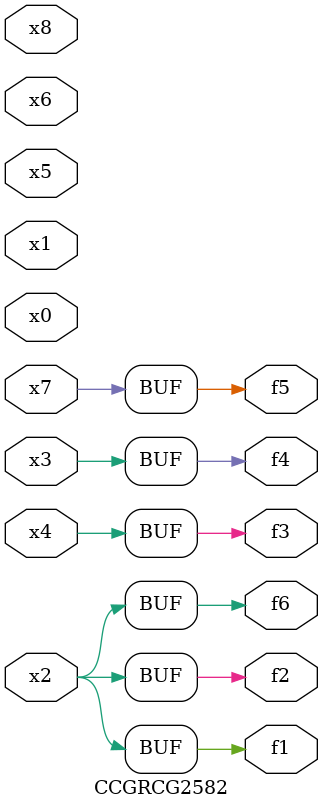
<source format=v>
module CCGRCG2582(
	input x0, x1, x2, x3, x4, x5, x6, x7, x8,
	output f1, f2, f3, f4, f5, f6
);
	assign f1 = x2;
	assign f2 = x2;
	assign f3 = x4;
	assign f4 = x3;
	assign f5 = x7;
	assign f6 = x2;
endmodule

</source>
